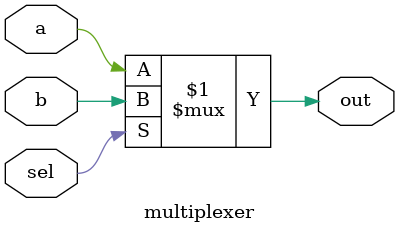
<source format=v>
module multiplexer(a, b, sel, out);

	input a, b, sel;
	output out;

	assign out = sel ? b : a;

endmodule
</source>
